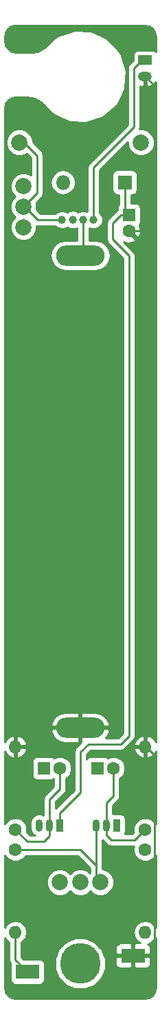
<source format=gtl>
G04 #@! TF.FileFunction,Copper,L1,Top,Signal*
%FSLAX46Y46*%
G04 Gerber Fmt 4.6, Leading zero omitted, Abs format (unit mm)*
G04 Created by KiCad (PCBNEW 4.0.6) date Sat May 20 01:56:05 2017*
%MOMM*%
%LPD*%
G01*
G04 APERTURE LIST*
%ADD10C,0.100000*%
%ADD11O,6.000000X2.500000*%
%ADD12R,1.600000X1.600000*%
%ADD13C,1.600000*%
%ADD14R,1.800000X1.800000*%
%ADD15O,1.800000X1.800000*%
%ADD16C,2.000000*%
%ADD17O,0.899160X1.501140*%
%ADD18R,0.899160X1.501140*%
%ADD19O,1.600000X1.600000*%
%ADD20R,1.700000X1.200000*%
%ADD21O,1.700000X1.200000*%
%ADD22R,3.000000X1.800000*%
%ADD23C,5.000000*%
%ADD24C,1.000000*%
%ADD25C,0.250000*%
%ADD26C,0.254000*%
G04 APERTURE END LIST*
D10*
D11*
X127000000Y-64000000D03*
X127000000Y-122000000D03*
D12*
X133000000Y-59000000D03*
D13*
X133000000Y-61000000D03*
D12*
X122500000Y-127000000D03*
D13*
X124500000Y-127000000D03*
D12*
X129100000Y-127000000D03*
D13*
X131100000Y-127000000D03*
D14*
X132500000Y-55000000D03*
D15*
X124880000Y-55000000D03*
D16*
X134500000Y-50100000D03*
X119500000Y-50100000D03*
D17*
X130230000Y-134000000D03*
X128960000Y-134000000D03*
D18*
X131500000Y-134000000D03*
D17*
X123230000Y-134000000D03*
X121960000Y-134000000D03*
D18*
X124500000Y-134000000D03*
D13*
X135000000Y-134500000D03*
D19*
X135000000Y-124340000D03*
D13*
X119000000Y-134500000D03*
D19*
X119000000Y-124340000D03*
D16*
X120000000Y-60500000D03*
X120000000Y-58000000D03*
X120000000Y-55500000D03*
X129500000Y-141000000D03*
X127000000Y-141000000D03*
X124500000Y-141000000D03*
D20*
X135000000Y-40000000D03*
D21*
X135000000Y-42000000D03*
D13*
X119000000Y-137000000D03*
D19*
X119000000Y-147160000D03*
D13*
X135000000Y-137000000D03*
D19*
X135000000Y-147160000D03*
D22*
X133500000Y-150000000D03*
X120500000Y-152000000D03*
D23*
X127000000Y-151000000D03*
D24*
X128635000Y-59600000D03*
X127335000Y-59600000D03*
X126065000Y-59600000D03*
X124765000Y-59600000D03*
D25*
X127335000Y-59600000D02*
X127335000Y-63665000D01*
X127335000Y-63665000D02*
X127000000Y-64000000D01*
X133000000Y-61000000D02*
X135900000Y-61000000D01*
X135900000Y-61000000D02*
X136300000Y-60600000D01*
X136300000Y-60600000D02*
X136300000Y-43300000D01*
X136300000Y-43300000D02*
X135000000Y-42000000D01*
X133500000Y-150000000D02*
X135400000Y-150000000D01*
X136200000Y-125400000D02*
X135140000Y-124340000D01*
X136200000Y-149200000D02*
X136200000Y-125400000D01*
X135400000Y-150000000D02*
X136200000Y-149200000D01*
X135140000Y-124340000D02*
X135000000Y-124340000D01*
X133500000Y-150000000D02*
X133500000Y-149500000D01*
X135000000Y-124400000D02*
X135000000Y-124340000D01*
X133000000Y-66000000D02*
X133000000Y-64000000D01*
X124500000Y-132500000D02*
X127000000Y-130000000D01*
X127000000Y-130000000D02*
X127000000Y-125000000D01*
X127000000Y-125000000D02*
X128000000Y-124000000D01*
X128000000Y-124000000D02*
X132000000Y-124000000D01*
X132000000Y-124000000D02*
X133000000Y-123000000D01*
X133000000Y-123000000D02*
X133000000Y-66000000D01*
X124500000Y-134000000D02*
X124500000Y-132500000D01*
X132000000Y-59000000D02*
X133000000Y-59000000D01*
X131000000Y-60000000D02*
X132000000Y-59000000D01*
X131000000Y-62000000D02*
X131000000Y-60000000D01*
X133000000Y-64000000D02*
X131000000Y-62000000D01*
X132500000Y-55000000D02*
X132500000Y-58500000D01*
X132500000Y-58500000D02*
X133000000Y-59000000D01*
X119000000Y-137000000D02*
X127000000Y-137000000D01*
X127000000Y-137000000D02*
X128960000Y-138960000D01*
X129500000Y-140500000D02*
X129500000Y-141000000D01*
X128960000Y-134000000D02*
X128960000Y-138960000D01*
X128960000Y-138960000D02*
X128960000Y-140460000D01*
X128960000Y-140460000D02*
X129500000Y-141000000D01*
X119000000Y-134500000D02*
X120500000Y-136000000D01*
X123230000Y-135270000D02*
X123230000Y-134000000D01*
X122500000Y-136000000D02*
X123230000Y-135270000D01*
X120500000Y-136000000D02*
X122500000Y-136000000D01*
X124500000Y-127000000D02*
X124500000Y-129500000D01*
X123230000Y-130770000D02*
X123230000Y-134000000D01*
X124500000Y-129500000D02*
X123230000Y-130770000D01*
X130230000Y-134000000D02*
X130230000Y-135230000D01*
X133700000Y-135800000D02*
X135000000Y-134500000D01*
X130800000Y-135800000D02*
X133700000Y-135800000D01*
X130230000Y-135230000D02*
X130800000Y-135800000D01*
X131100000Y-127000000D02*
X131100000Y-130400000D01*
X130230000Y-131270000D02*
X130230000Y-134000000D01*
X131100000Y-130400000D02*
X130230000Y-131270000D01*
X119500000Y-50100000D02*
X120100000Y-50100000D01*
X120100000Y-50100000D02*
X121700000Y-51700000D01*
X121700000Y-56300000D02*
X120000000Y-58000000D01*
X121700000Y-51700000D02*
X121700000Y-56300000D01*
X119500000Y-50100000D02*
X118900000Y-50100000D01*
X120000000Y-58000000D02*
X120200000Y-58000000D01*
X120200000Y-58000000D02*
X121800000Y-59600000D01*
X121800000Y-59600000D02*
X124765000Y-59600000D01*
X119500000Y-50100000D02*
X119500000Y-51000000D01*
X124765000Y-59465000D02*
X124765000Y-59600000D01*
X119000000Y-147160000D02*
X119000000Y-150500000D01*
X119000000Y-150500000D02*
X120500000Y-152000000D01*
X135000000Y-40000000D02*
X134600000Y-40000000D01*
X134600000Y-40000000D02*
X133600000Y-41000000D01*
X133600000Y-41000000D02*
X133600000Y-48200000D01*
X133600000Y-48200000D02*
X128635000Y-53165000D01*
X128635000Y-53165000D02*
X128635000Y-59600000D01*
D26*
G36*
X130262599Y-136337401D02*
X130509161Y-136502148D01*
X130800000Y-136560000D01*
X133628910Y-136560000D01*
X133565250Y-136713309D01*
X133564752Y-137284187D01*
X133782757Y-137811800D01*
X134186077Y-138215824D01*
X134713309Y-138434750D01*
X135284187Y-138435248D01*
X135811800Y-138217243D01*
X136215824Y-137813923D01*
X136290000Y-137635287D01*
X136290000Y-146529207D01*
X136014698Y-146117189D01*
X135549151Y-145806120D01*
X135000000Y-145696887D01*
X134450849Y-145806120D01*
X133985302Y-146117189D01*
X133674233Y-146582736D01*
X133565000Y-147131887D01*
X133565000Y-147188113D01*
X133674233Y-147737264D01*
X133985302Y-148202811D01*
X134377695Y-148465000D01*
X133785750Y-148465000D01*
X133627000Y-148623750D01*
X133627000Y-149873000D01*
X135476250Y-149873000D01*
X135635000Y-149714250D01*
X135635000Y-148973690D01*
X135538327Y-148740301D01*
X135359698Y-148561673D01*
X135343211Y-148554844D01*
X135549151Y-148513880D01*
X136014698Y-148202811D01*
X136290000Y-147790793D01*
X136290000Y-153930069D01*
X136178953Y-154488340D01*
X135902333Y-154902331D01*
X135488338Y-155178954D01*
X134930069Y-155290000D01*
X119069931Y-155290000D01*
X118511660Y-155178953D01*
X118097669Y-154902333D01*
X117821046Y-154488338D01*
X117710000Y-153930069D01*
X117710000Y-147790793D01*
X117985302Y-148202811D01*
X118240000Y-148372995D01*
X118240000Y-150500000D01*
X118297852Y-150790839D01*
X118387881Y-150925578D01*
X118352560Y-151100000D01*
X118352560Y-152900000D01*
X118396838Y-153135317D01*
X118535910Y-153351441D01*
X118748110Y-153496431D01*
X119000000Y-153547440D01*
X122000000Y-153547440D01*
X122235317Y-153503162D01*
X122451441Y-153364090D01*
X122596431Y-153151890D01*
X122647440Y-152900000D01*
X122647440Y-151620854D01*
X123864457Y-151620854D01*
X124340727Y-152773515D01*
X125221847Y-153656174D01*
X126373674Y-154134454D01*
X127620854Y-154135543D01*
X128773515Y-153659273D01*
X129656174Y-152778153D01*
X130134454Y-151626326D01*
X130135543Y-150379146D01*
X130096953Y-150285750D01*
X131365000Y-150285750D01*
X131365000Y-151026310D01*
X131461673Y-151259699D01*
X131640302Y-151438327D01*
X131873691Y-151535000D01*
X133214250Y-151535000D01*
X133373000Y-151376250D01*
X133373000Y-150127000D01*
X133627000Y-150127000D01*
X133627000Y-151376250D01*
X133785750Y-151535000D01*
X135126309Y-151535000D01*
X135359698Y-151438327D01*
X135538327Y-151259699D01*
X135635000Y-151026310D01*
X135635000Y-150285750D01*
X135476250Y-150127000D01*
X133627000Y-150127000D01*
X133373000Y-150127000D01*
X131523750Y-150127000D01*
X131365000Y-150285750D01*
X130096953Y-150285750D01*
X129659273Y-149226485D01*
X129406919Y-148973690D01*
X131365000Y-148973690D01*
X131365000Y-149714250D01*
X131523750Y-149873000D01*
X133373000Y-149873000D01*
X133373000Y-148623750D01*
X133214250Y-148465000D01*
X131873691Y-148465000D01*
X131640302Y-148561673D01*
X131461673Y-148740301D01*
X131365000Y-148973690D01*
X129406919Y-148973690D01*
X128778153Y-148343826D01*
X127626326Y-147865546D01*
X126379146Y-147864457D01*
X125226485Y-148340727D01*
X124343826Y-149221847D01*
X123865546Y-150373674D01*
X123864457Y-151620854D01*
X122647440Y-151620854D01*
X122647440Y-151100000D01*
X122603162Y-150864683D01*
X122464090Y-150648559D01*
X122251890Y-150503569D01*
X122000000Y-150452560D01*
X120027362Y-150452560D01*
X119760000Y-150185198D01*
X119760000Y-148372995D01*
X120014698Y-148202811D01*
X120325767Y-147737264D01*
X120435000Y-147188113D01*
X120435000Y-147131887D01*
X120325767Y-146582736D01*
X120014698Y-146117189D01*
X119549151Y-145806120D01*
X119000000Y-145696887D01*
X118450849Y-145806120D01*
X117985302Y-146117189D01*
X117710000Y-146529207D01*
X117710000Y-137635714D01*
X117782757Y-137811800D01*
X118186077Y-138215824D01*
X118713309Y-138434750D01*
X119284187Y-138435248D01*
X119811800Y-138217243D01*
X120215824Y-137813923D01*
X120238215Y-137760000D01*
X126685198Y-137760000D01*
X128200000Y-139274802D01*
X128200000Y-139887836D01*
X127927363Y-139614722D01*
X127326648Y-139365284D01*
X126676205Y-139364716D01*
X126075057Y-139613106D01*
X125749836Y-139937759D01*
X125427363Y-139614722D01*
X124826648Y-139365284D01*
X124176205Y-139364716D01*
X123575057Y-139613106D01*
X123114722Y-140072637D01*
X122865284Y-140673352D01*
X122864716Y-141323795D01*
X123113106Y-141924943D01*
X123572637Y-142385278D01*
X124173352Y-142634716D01*
X124823795Y-142635284D01*
X125424943Y-142386894D01*
X125750164Y-142062241D01*
X126072637Y-142385278D01*
X126673352Y-142634716D01*
X127323795Y-142635284D01*
X127924943Y-142386894D01*
X128250164Y-142062241D01*
X128572637Y-142385278D01*
X129173352Y-142634716D01*
X129823795Y-142635284D01*
X130424943Y-142386894D01*
X130885278Y-141927363D01*
X131134716Y-141326648D01*
X131135284Y-140676205D01*
X130886894Y-140075057D01*
X130427363Y-139614722D01*
X129826648Y-139365284D01*
X129720000Y-139365191D01*
X129720000Y-135794802D01*
X130262599Y-136337401D01*
X130262599Y-136337401D01*
G37*
X130262599Y-136337401D02*
X130509161Y-136502148D01*
X130800000Y-136560000D01*
X133628910Y-136560000D01*
X133565250Y-136713309D01*
X133564752Y-137284187D01*
X133782757Y-137811800D01*
X134186077Y-138215824D01*
X134713309Y-138434750D01*
X135284187Y-138435248D01*
X135811800Y-138217243D01*
X136215824Y-137813923D01*
X136290000Y-137635287D01*
X136290000Y-146529207D01*
X136014698Y-146117189D01*
X135549151Y-145806120D01*
X135000000Y-145696887D01*
X134450849Y-145806120D01*
X133985302Y-146117189D01*
X133674233Y-146582736D01*
X133565000Y-147131887D01*
X133565000Y-147188113D01*
X133674233Y-147737264D01*
X133985302Y-148202811D01*
X134377695Y-148465000D01*
X133785750Y-148465000D01*
X133627000Y-148623750D01*
X133627000Y-149873000D01*
X135476250Y-149873000D01*
X135635000Y-149714250D01*
X135635000Y-148973690D01*
X135538327Y-148740301D01*
X135359698Y-148561673D01*
X135343211Y-148554844D01*
X135549151Y-148513880D01*
X136014698Y-148202811D01*
X136290000Y-147790793D01*
X136290000Y-153930069D01*
X136178953Y-154488340D01*
X135902333Y-154902331D01*
X135488338Y-155178954D01*
X134930069Y-155290000D01*
X119069931Y-155290000D01*
X118511660Y-155178953D01*
X118097669Y-154902333D01*
X117821046Y-154488338D01*
X117710000Y-153930069D01*
X117710000Y-147790793D01*
X117985302Y-148202811D01*
X118240000Y-148372995D01*
X118240000Y-150500000D01*
X118297852Y-150790839D01*
X118387881Y-150925578D01*
X118352560Y-151100000D01*
X118352560Y-152900000D01*
X118396838Y-153135317D01*
X118535910Y-153351441D01*
X118748110Y-153496431D01*
X119000000Y-153547440D01*
X122000000Y-153547440D01*
X122235317Y-153503162D01*
X122451441Y-153364090D01*
X122596431Y-153151890D01*
X122647440Y-152900000D01*
X122647440Y-151620854D01*
X123864457Y-151620854D01*
X124340727Y-152773515D01*
X125221847Y-153656174D01*
X126373674Y-154134454D01*
X127620854Y-154135543D01*
X128773515Y-153659273D01*
X129656174Y-152778153D01*
X130134454Y-151626326D01*
X130135543Y-150379146D01*
X130096953Y-150285750D01*
X131365000Y-150285750D01*
X131365000Y-151026310D01*
X131461673Y-151259699D01*
X131640302Y-151438327D01*
X131873691Y-151535000D01*
X133214250Y-151535000D01*
X133373000Y-151376250D01*
X133373000Y-150127000D01*
X133627000Y-150127000D01*
X133627000Y-151376250D01*
X133785750Y-151535000D01*
X135126309Y-151535000D01*
X135359698Y-151438327D01*
X135538327Y-151259699D01*
X135635000Y-151026310D01*
X135635000Y-150285750D01*
X135476250Y-150127000D01*
X133627000Y-150127000D01*
X133373000Y-150127000D01*
X131523750Y-150127000D01*
X131365000Y-150285750D01*
X130096953Y-150285750D01*
X129659273Y-149226485D01*
X129406919Y-148973690D01*
X131365000Y-148973690D01*
X131365000Y-149714250D01*
X131523750Y-149873000D01*
X133373000Y-149873000D01*
X133373000Y-148623750D01*
X133214250Y-148465000D01*
X131873691Y-148465000D01*
X131640302Y-148561673D01*
X131461673Y-148740301D01*
X131365000Y-148973690D01*
X129406919Y-148973690D01*
X128778153Y-148343826D01*
X127626326Y-147865546D01*
X126379146Y-147864457D01*
X125226485Y-148340727D01*
X124343826Y-149221847D01*
X123865546Y-150373674D01*
X123864457Y-151620854D01*
X122647440Y-151620854D01*
X122647440Y-151100000D01*
X122603162Y-150864683D01*
X122464090Y-150648559D01*
X122251890Y-150503569D01*
X122000000Y-150452560D01*
X120027362Y-150452560D01*
X119760000Y-150185198D01*
X119760000Y-148372995D01*
X120014698Y-148202811D01*
X120325767Y-147737264D01*
X120435000Y-147188113D01*
X120435000Y-147131887D01*
X120325767Y-146582736D01*
X120014698Y-146117189D01*
X119549151Y-145806120D01*
X119000000Y-145696887D01*
X118450849Y-145806120D01*
X117985302Y-146117189D01*
X117710000Y-146529207D01*
X117710000Y-137635714D01*
X117782757Y-137811800D01*
X118186077Y-138215824D01*
X118713309Y-138434750D01*
X119284187Y-138435248D01*
X119811800Y-138217243D01*
X120215824Y-137813923D01*
X120238215Y-137760000D01*
X126685198Y-137760000D01*
X128200000Y-139274802D01*
X128200000Y-139887836D01*
X127927363Y-139614722D01*
X127326648Y-139365284D01*
X126676205Y-139364716D01*
X126075057Y-139613106D01*
X125749836Y-139937759D01*
X125427363Y-139614722D01*
X124826648Y-139365284D01*
X124176205Y-139364716D01*
X123575057Y-139613106D01*
X123114722Y-140072637D01*
X122865284Y-140673352D01*
X122864716Y-141323795D01*
X123113106Y-141924943D01*
X123572637Y-142385278D01*
X124173352Y-142634716D01*
X124823795Y-142635284D01*
X125424943Y-142386894D01*
X125750164Y-142062241D01*
X126072637Y-142385278D01*
X126673352Y-142634716D01*
X127323795Y-142635284D01*
X127924943Y-142386894D01*
X128250164Y-142062241D01*
X128572637Y-142385278D01*
X129173352Y-142634716D01*
X129823795Y-142635284D01*
X130424943Y-142386894D01*
X130885278Y-141927363D01*
X131134716Y-141326648D01*
X131135284Y-140676205D01*
X130886894Y-140075057D01*
X130427363Y-139614722D01*
X129826648Y-139365284D01*
X129720000Y-139365191D01*
X129720000Y-135794802D01*
X130262599Y-136337401D01*
G36*
X135488338Y-35821046D02*
X135902333Y-36097669D01*
X136178953Y-36511660D01*
X136290000Y-37069931D01*
X136290000Y-38932099D01*
X136101890Y-38803569D01*
X135850000Y-38752560D01*
X134150000Y-38752560D01*
X133914683Y-38796838D01*
X133698559Y-38935910D01*
X133553569Y-39148110D01*
X133502560Y-39400000D01*
X133502560Y-40022638D01*
X133062599Y-40462599D01*
X132897852Y-40709161D01*
X132840000Y-41000000D01*
X132840000Y-47885198D01*
X128097599Y-52627599D01*
X127932852Y-52874161D01*
X127875000Y-53165000D01*
X127875000Y-58595268D01*
X127561756Y-58465197D01*
X127110225Y-58464803D01*
X126692914Y-58637233D01*
X126652627Y-58677449D01*
X126638352Y-58594783D01*
X126210028Y-58451888D01*
X125759625Y-58483783D01*
X125491648Y-58594783D01*
X125473010Y-58702712D01*
X125408765Y-58638355D01*
X124991756Y-58465197D01*
X124540225Y-58464803D01*
X124122914Y-58637233D01*
X123919793Y-58840000D01*
X122114802Y-58840000D01*
X121624956Y-58350154D01*
X121634716Y-58326648D01*
X121635284Y-57676205D01*
X121566081Y-57508721D01*
X122237401Y-56837401D01*
X122402148Y-56590839D01*
X122460000Y-56300000D01*
X122460000Y-55000000D01*
X123314928Y-55000000D01*
X123431773Y-55587419D01*
X123764519Y-56085409D01*
X124262509Y-56418155D01*
X124849928Y-56535000D01*
X124910072Y-56535000D01*
X125497491Y-56418155D01*
X125995481Y-56085409D01*
X126328227Y-55587419D01*
X126445072Y-55000000D01*
X126328227Y-54412581D01*
X125995481Y-53914591D01*
X125497491Y-53581845D01*
X124910072Y-53465000D01*
X124849928Y-53465000D01*
X124262509Y-53581845D01*
X123764519Y-53914591D01*
X123431773Y-54412581D01*
X123314928Y-55000000D01*
X122460000Y-55000000D01*
X122460000Y-51700000D01*
X122402148Y-51409161D01*
X122237401Y-51162599D01*
X121135036Y-50060234D01*
X121135284Y-49776205D01*
X120886894Y-49175057D01*
X120427363Y-48714722D01*
X119826648Y-48465284D01*
X119176205Y-48464716D01*
X118575057Y-48713106D01*
X118114722Y-49172637D01*
X117865284Y-49773352D01*
X117864716Y-50423795D01*
X118113106Y-51024943D01*
X118572637Y-51485278D01*
X119173352Y-51734716D01*
X119373770Y-51734891D01*
X119500000Y-51760000D01*
X119625127Y-51735111D01*
X119823795Y-51735284D01*
X120415849Y-51490651D01*
X120940000Y-52014802D01*
X120940000Y-54127381D01*
X120927363Y-54114722D01*
X120326648Y-53865284D01*
X119676205Y-53864716D01*
X119075057Y-54113106D01*
X118614722Y-54572637D01*
X118365284Y-55173352D01*
X118364716Y-55823795D01*
X118613106Y-56424943D01*
X118937759Y-56750164D01*
X118614722Y-57072637D01*
X118365284Y-57673352D01*
X118364716Y-58323795D01*
X118613106Y-58924943D01*
X118937759Y-59250164D01*
X118614722Y-59572637D01*
X118365284Y-60173352D01*
X118364716Y-60823795D01*
X118613106Y-61424943D01*
X119072637Y-61885278D01*
X119673352Y-62134716D01*
X120323795Y-62135284D01*
X120924943Y-61886894D01*
X121385278Y-61427363D01*
X121634716Y-60826648D01*
X121635152Y-60327209D01*
X121800000Y-60360000D01*
X123919941Y-60360000D01*
X124121235Y-60561645D01*
X124538244Y-60734803D01*
X124989775Y-60735197D01*
X125407086Y-60562767D01*
X125472962Y-60497006D01*
X125491648Y-60605217D01*
X125919972Y-60748112D01*
X126370375Y-60716217D01*
X126575000Y-60631458D01*
X126575000Y-62115000D01*
X125178786Y-62115000D01*
X124457428Y-62258487D01*
X123845890Y-62667104D01*
X123437273Y-63278642D01*
X123293786Y-64000000D01*
X123437273Y-64721358D01*
X123845890Y-65332896D01*
X124457428Y-65741513D01*
X125178786Y-65885000D01*
X128821214Y-65885000D01*
X129542572Y-65741513D01*
X130154110Y-65332896D01*
X130562727Y-64721358D01*
X130706214Y-64000000D01*
X130562727Y-63278642D01*
X130154110Y-62667104D01*
X129542572Y-62258487D01*
X128821214Y-62115000D01*
X128095000Y-62115000D01*
X128095000Y-60604732D01*
X128408244Y-60734803D01*
X128859775Y-60735197D01*
X129277086Y-60562767D01*
X129596645Y-60243765D01*
X129769803Y-59826756D01*
X129770197Y-59375225D01*
X129597767Y-58957914D01*
X129395000Y-58754793D01*
X129395000Y-53479802D01*
X132865078Y-50009724D01*
X132864716Y-50423795D01*
X133113106Y-51024943D01*
X133572637Y-51485278D01*
X134173352Y-51734716D01*
X134823795Y-51735284D01*
X135424943Y-51486894D01*
X135885278Y-51027363D01*
X136134716Y-50426648D01*
X136135284Y-49776205D01*
X135886894Y-49175057D01*
X135427363Y-48714722D01*
X134826648Y-48465284D01*
X134307322Y-48464830D01*
X134360000Y-48200000D01*
X134360000Y-43162657D01*
X134677304Y-43245256D01*
X134873000Y-43082547D01*
X134873000Y-42127000D01*
X134853000Y-42127000D01*
X134853000Y-41873000D01*
X134873000Y-41873000D01*
X134873000Y-41853000D01*
X135127000Y-41853000D01*
X135127000Y-41873000D01*
X135147000Y-41873000D01*
X135147000Y-42127000D01*
X135127000Y-42127000D01*
X135127000Y-43082547D01*
X135322696Y-43245256D01*
X135793701Y-43122647D01*
X136181933Y-42829125D01*
X136290000Y-42644995D01*
X136290000Y-123775625D01*
X136152389Y-123484866D01*
X135737423Y-123108959D01*
X135349039Y-122948096D01*
X135127000Y-123070085D01*
X135127000Y-124213000D01*
X135147000Y-124213000D01*
X135147000Y-124467000D01*
X135127000Y-124467000D01*
X135127000Y-125609915D01*
X135349039Y-125731904D01*
X135737423Y-125571041D01*
X136152389Y-125195134D01*
X136290000Y-124904375D01*
X136290000Y-133864286D01*
X136217243Y-133688200D01*
X135813923Y-133284176D01*
X135286691Y-133065250D01*
X134715813Y-133064752D01*
X134188200Y-133282757D01*
X133784176Y-133686077D01*
X133565250Y-134213309D01*
X133564752Y-134784187D01*
X133587049Y-134838149D01*
X133385198Y-135040000D01*
X132520361Y-135040000D01*
X132546011Y-135002460D01*
X132597020Y-134750570D01*
X132597020Y-133249430D01*
X132552742Y-133014113D01*
X132413670Y-132797989D01*
X132201470Y-132652999D01*
X131949580Y-132601990D01*
X131050420Y-132601990D01*
X130990000Y-132613359D01*
X130990000Y-131584802D01*
X131637401Y-130937401D01*
X131802148Y-130690839D01*
X131860000Y-130400000D01*
X131860000Y-128238646D01*
X131911800Y-128217243D01*
X132315824Y-127813923D01*
X132534750Y-127286691D01*
X132535248Y-126715813D01*
X132317243Y-126188200D01*
X131913923Y-125784176D01*
X131386691Y-125565250D01*
X130815813Y-125564752D01*
X130365534Y-125750803D01*
X130364090Y-125748559D01*
X130151890Y-125603569D01*
X129900000Y-125552560D01*
X128300000Y-125552560D01*
X128064683Y-125596838D01*
X127848559Y-125735910D01*
X127760000Y-125865520D01*
X127760000Y-125314802D01*
X128314802Y-124760000D01*
X132000000Y-124760000D01*
X132290839Y-124702148D01*
X132310455Y-124689041D01*
X133608086Y-124689041D01*
X133847611Y-125195134D01*
X134262577Y-125571041D01*
X134650961Y-125731904D01*
X134873000Y-125609915D01*
X134873000Y-124467000D01*
X133729371Y-124467000D01*
X133608086Y-124689041D01*
X132310455Y-124689041D01*
X132537401Y-124537401D01*
X133083843Y-123990959D01*
X133608086Y-123990959D01*
X133729371Y-124213000D01*
X134873000Y-124213000D01*
X134873000Y-123070085D01*
X134650961Y-122948096D01*
X134262577Y-123108959D01*
X133847611Y-123484866D01*
X133608086Y-123990959D01*
X133083843Y-123990959D01*
X133537401Y-123537401D01*
X133702148Y-123290839D01*
X133760000Y-123000000D01*
X133760000Y-64000000D01*
X133702148Y-63709161D01*
X133537401Y-63462599D01*
X132375055Y-62300253D01*
X132783223Y-62446965D01*
X133353454Y-62419778D01*
X133754005Y-62253864D01*
X133828139Y-62007745D01*
X133000000Y-61179605D01*
X132985858Y-61193748D01*
X132806252Y-61014142D01*
X132820395Y-61000000D01*
X132806252Y-60985858D01*
X132985858Y-60806253D01*
X133000000Y-60820395D01*
X133014143Y-60806253D01*
X133193748Y-60985858D01*
X133179605Y-61000000D01*
X134007745Y-61828139D01*
X134253864Y-61754005D01*
X134446965Y-61216777D01*
X134419778Y-60646546D01*
X134257616Y-60255053D01*
X134396431Y-60051890D01*
X134447440Y-59800000D01*
X134447440Y-58200000D01*
X134403162Y-57964683D01*
X134264090Y-57748559D01*
X134051890Y-57603569D01*
X133800000Y-57552560D01*
X133260000Y-57552560D01*
X133260000Y-56547440D01*
X133400000Y-56547440D01*
X133635317Y-56503162D01*
X133851441Y-56364090D01*
X133996431Y-56151890D01*
X134047440Y-55900000D01*
X134047440Y-54100000D01*
X134003162Y-53864683D01*
X133864090Y-53648559D01*
X133651890Y-53503569D01*
X133400000Y-53452560D01*
X131600000Y-53452560D01*
X131364683Y-53496838D01*
X131148559Y-53635910D01*
X131003569Y-53848110D01*
X130952560Y-54100000D01*
X130952560Y-55900000D01*
X130996838Y-56135317D01*
X131135910Y-56351441D01*
X131348110Y-56496431D01*
X131600000Y-56547440D01*
X131740000Y-56547440D01*
X131740000Y-57748437D01*
X131603569Y-57948110D01*
X131552560Y-58200000D01*
X131552560Y-58402489D01*
X131462599Y-58462599D01*
X130462599Y-59462599D01*
X130297852Y-59709161D01*
X130240000Y-60000000D01*
X130240000Y-62000000D01*
X130297852Y-62290839D01*
X130462599Y-62537401D01*
X132240000Y-64314802D01*
X132240000Y-122685198D01*
X131685198Y-123240000D01*
X130174478Y-123240000D01*
X130540114Y-122604026D01*
X130587695Y-122419645D01*
X130471572Y-122127000D01*
X127127000Y-122127000D01*
X127127000Y-123798198D01*
X126462599Y-124462599D01*
X126297852Y-124709161D01*
X126240000Y-125000000D01*
X126240000Y-129685198D01*
X123990000Y-131935198D01*
X123990000Y-131084802D01*
X125037401Y-130037401D01*
X125202148Y-129790840D01*
X125260000Y-129500000D01*
X125260000Y-128238646D01*
X125311800Y-128217243D01*
X125715824Y-127813923D01*
X125934750Y-127286691D01*
X125935248Y-126715813D01*
X125717243Y-126188200D01*
X125313923Y-125784176D01*
X124786691Y-125565250D01*
X124215813Y-125564752D01*
X123765534Y-125750803D01*
X123764090Y-125748559D01*
X123551890Y-125603569D01*
X123300000Y-125552560D01*
X121700000Y-125552560D01*
X121464683Y-125596838D01*
X121248559Y-125735910D01*
X121103569Y-125948110D01*
X121052560Y-126200000D01*
X121052560Y-127800000D01*
X121096838Y-128035317D01*
X121235910Y-128251441D01*
X121448110Y-128396431D01*
X121700000Y-128447440D01*
X123300000Y-128447440D01*
X123535317Y-128403162D01*
X123740000Y-128271452D01*
X123740000Y-129185198D01*
X122692599Y-130232599D01*
X122527852Y-130479161D01*
X122470000Y-130770000D01*
X122470000Y-132733287D01*
X122375051Y-132669844D01*
X121960000Y-132587285D01*
X121544949Y-132669844D01*
X121193086Y-132904951D01*
X120957979Y-133256814D01*
X120875420Y-133671865D01*
X120875420Y-134328135D01*
X120957979Y-134743186D01*
X121193086Y-135095049D01*
X121410021Y-135240000D01*
X120814802Y-135240000D01*
X120413256Y-134838454D01*
X120434750Y-134786691D01*
X120435248Y-134215813D01*
X120217243Y-133688200D01*
X119813923Y-133284176D01*
X119286691Y-133065250D01*
X118715813Y-133064752D01*
X118188200Y-133282757D01*
X117784176Y-133686077D01*
X117710000Y-133864713D01*
X117710000Y-124904375D01*
X117847611Y-125195134D01*
X118262577Y-125571041D01*
X118650961Y-125731904D01*
X118873000Y-125609915D01*
X118873000Y-124467000D01*
X119127000Y-124467000D01*
X119127000Y-125609915D01*
X119349039Y-125731904D01*
X119737423Y-125571041D01*
X120152389Y-125195134D01*
X120391914Y-124689041D01*
X120270629Y-124467000D01*
X119127000Y-124467000D01*
X118873000Y-124467000D01*
X118853000Y-124467000D01*
X118853000Y-124213000D01*
X118873000Y-124213000D01*
X118873000Y-123070085D01*
X119127000Y-123070085D01*
X119127000Y-124213000D01*
X120270629Y-124213000D01*
X120391914Y-123990959D01*
X120152389Y-123484866D01*
X119737423Y-123108959D01*
X119349039Y-122948096D01*
X119127000Y-123070085D01*
X118873000Y-123070085D01*
X118650961Y-122948096D01*
X118262577Y-123108959D01*
X117847611Y-123484866D01*
X117710000Y-123775625D01*
X117710000Y-122419645D01*
X123412305Y-122419645D01*
X123459886Y-122604026D01*
X123827301Y-123243094D01*
X124411309Y-123692912D01*
X125123000Y-123885000D01*
X126873000Y-123885000D01*
X126873000Y-122127000D01*
X123528428Y-122127000D01*
X123412305Y-122419645D01*
X117710000Y-122419645D01*
X117710000Y-121580355D01*
X123412305Y-121580355D01*
X123528428Y-121873000D01*
X126873000Y-121873000D01*
X126873000Y-120115000D01*
X127127000Y-120115000D01*
X127127000Y-121873000D01*
X130471572Y-121873000D01*
X130587695Y-121580355D01*
X130540114Y-121395974D01*
X130172699Y-120756906D01*
X129588691Y-120307088D01*
X128877000Y-120115000D01*
X127127000Y-120115000D01*
X126873000Y-120115000D01*
X125123000Y-120115000D01*
X124411309Y-120307088D01*
X123827301Y-120756906D01*
X123459886Y-121395974D01*
X123412305Y-121580355D01*
X117710000Y-121580355D01*
X117710000Y-45869931D01*
X117821046Y-45311662D01*
X118097669Y-44897667D01*
X118511660Y-44621047D01*
X119069931Y-44510000D01*
X120530069Y-44510000D01*
X121471023Y-44697167D01*
X122247492Y-45215987D01*
X122463628Y-45465194D01*
X122483781Y-45480835D01*
X122497954Y-45502046D01*
X123497954Y-46502046D01*
X123597360Y-46568466D01*
X123692997Y-46640195D01*
X125452092Y-47483763D01*
X125567533Y-47513338D01*
X125720453Y-47552516D01*
X127668465Y-47658695D01*
X127805587Y-47639105D01*
X127942709Y-47619517D01*
X129783070Y-46972142D01*
X129934954Y-46882210D01*
X130021446Y-46830998D01*
X131473978Y-45528626D01*
X131612412Y-45344046D01*
X131640195Y-45307003D01*
X132483763Y-43547908D01*
X132520235Y-43405546D01*
X132552516Y-43279547D01*
X132658695Y-41331535D01*
X132635743Y-41170875D01*
X132619517Y-41057291D01*
X131972142Y-39216930D01*
X131946518Y-39173654D01*
X131830998Y-38978555D01*
X130528626Y-37526022D01*
X130387593Y-37420248D01*
X130307003Y-37359805D01*
X128547908Y-36516237D01*
X128428964Y-36485765D01*
X128279548Y-36447484D01*
X126331535Y-36341305D01*
X126194413Y-36360895D01*
X126057291Y-36380483D01*
X124216930Y-37027858D01*
X123978555Y-37169002D01*
X122576252Y-38426337D01*
X121753448Y-38921191D01*
X120938587Y-39063214D01*
X119169931Y-39063214D01*
X118573394Y-38944555D01*
X118126957Y-38646256D01*
X117828659Y-38199822D01*
X117709673Y-37601641D01*
X117710000Y-37600000D01*
X117710000Y-37154562D01*
X117795778Y-36572802D01*
X118051881Y-36144676D01*
X118452325Y-35847144D01*
X118996600Y-35710307D01*
X119008883Y-35710000D01*
X134930069Y-35710000D01*
X135488338Y-35821046D01*
X135488338Y-35821046D01*
G37*
X135488338Y-35821046D02*
X135902333Y-36097669D01*
X136178953Y-36511660D01*
X136290000Y-37069931D01*
X136290000Y-38932099D01*
X136101890Y-38803569D01*
X135850000Y-38752560D01*
X134150000Y-38752560D01*
X133914683Y-38796838D01*
X133698559Y-38935910D01*
X133553569Y-39148110D01*
X133502560Y-39400000D01*
X133502560Y-40022638D01*
X133062599Y-40462599D01*
X132897852Y-40709161D01*
X132840000Y-41000000D01*
X132840000Y-47885198D01*
X128097599Y-52627599D01*
X127932852Y-52874161D01*
X127875000Y-53165000D01*
X127875000Y-58595268D01*
X127561756Y-58465197D01*
X127110225Y-58464803D01*
X126692914Y-58637233D01*
X126652627Y-58677449D01*
X126638352Y-58594783D01*
X126210028Y-58451888D01*
X125759625Y-58483783D01*
X125491648Y-58594783D01*
X125473010Y-58702712D01*
X125408765Y-58638355D01*
X124991756Y-58465197D01*
X124540225Y-58464803D01*
X124122914Y-58637233D01*
X123919793Y-58840000D01*
X122114802Y-58840000D01*
X121624956Y-58350154D01*
X121634716Y-58326648D01*
X121635284Y-57676205D01*
X121566081Y-57508721D01*
X122237401Y-56837401D01*
X122402148Y-56590839D01*
X122460000Y-56300000D01*
X122460000Y-55000000D01*
X123314928Y-55000000D01*
X123431773Y-55587419D01*
X123764519Y-56085409D01*
X124262509Y-56418155D01*
X124849928Y-56535000D01*
X124910072Y-56535000D01*
X125497491Y-56418155D01*
X125995481Y-56085409D01*
X126328227Y-55587419D01*
X126445072Y-55000000D01*
X126328227Y-54412581D01*
X125995481Y-53914591D01*
X125497491Y-53581845D01*
X124910072Y-53465000D01*
X124849928Y-53465000D01*
X124262509Y-53581845D01*
X123764519Y-53914591D01*
X123431773Y-54412581D01*
X123314928Y-55000000D01*
X122460000Y-55000000D01*
X122460000Y-51700000D01*
X122402148Y-51409161D01*
X122237401Y-51162599D01*
X121135036Y-50060234D01*
X121135284Y-49776205D01*
X120886894Y-49175057D01*
X120427363Y-48714722D01*
X119826648Y-48465284D01*
X119176205Y-48464716D01*
X118575057Y-48713106D01*
X118114722Y-49172637D01*
X117865284Y-49773352D01*
X117864716Y-50423795D01*
X118113106Y-51024943D01*
X118572637Y-51485278D01*
X119173352Y-51734716D01*
X119373770Y-51734891D01*
X119500000Y-51760000D01*
X119625127Y-51735111D01*
X119823795Y-51735284D01*
X120415849Y-51490651D01*
X120940000Y-52014802D01*
X120940000Y-54127381D01*
X120927363Y-54114722D01*
X120326648Y-53865284D01*
X119676205Y-53864716D01*
X119075057Y-54113106D01*
X118614722Y-54572637D01*
X118365284Y-55173352D01*
X118364716Y-55823795D01*
X118613106Y-56424943D01*
X118937759Y-56750164D01*
X118614722Y-57072637D01*
X118365284Y-57673352D01*
X118364716Y-58323795D01*
X118613106Y-58924943D01*
X118937759Y-59250164D01*
X118614722Y-59572637D01*
X118365284Y-60173352D01*
X118364716Y-60823795D01*
X118613106Y-61424943D01*
X119072637Y-61885278D01*
X119673352Y-62134716D01*
X120323795Y-62135284D01*
X120924943Y-61886894D01*
X121385278Y-61427363D01*
X121634716Y-60826648D01*
X121635152Y-60327209D01*
X121800000Y-60360000D01*
X123919941Y-60360000D01*
X124121235Y-60561645D01*
X124538244Y-60734803D01*
X124989775Y-60735197D01*
X125407086Y-60562767D01*
X125472962Y-60497006D01*
X125491648Y-60605217D01*
X125919972Y-60748112D01*
X126370375Y-60716217D01*
X126575000Y-60631458D01*
X126575000Y-62115000D01*
X125178786Y-62115000D01*
X124457428Y-62258487D01*
X123845890Y-62667104D01*
X123437273Y-63278642D01*
X123293786Y-64000000D01*
X123437273Y-64721358D01*
X123845890Y-65332896D01*
X124457428Y-65741513D01*
X125178786Y-65885000D01*
X128821214Y-65885000D01*
X129542572Y-65741513D01*
X130154110Y-65332896D01*
X130562727Y-64721358D01*
X130706214Y-64000000D01*
X130562727Y-63278642D01*
X130154110Y-62667104D01*
X129542572Y-62258487D01*
X128821214Y-62115000D01*
X128095000Y-62115000D01*
X128095000Y-60604732D01*
X128408244Y-60734803D01*
X128859775Y-60735197D01*
X129277086Y-60562767D01*
X129596645Y-60243765D01*
X129769803Y-59826756D01*
X129770197Y-59375225D01*
X129597767Y-58957914D01*
X129395000Y-58754793D01*
X129395000Y-53479802D01*
X132865078Y-50009724D01*
X132864716Y-50423795D01*
X133113106Y-51024943D01*
X133572637Y-51485278D01*
X134173352Y-51734716D01*
X134823795Y-51735284D01*
X135424943Y-51486894D01*
X135885278Y-51027363D01*
X136134716Y-50426648D01*
X136135284Y-49776205D01*
X135886894Y-49175057D01*
X135427363Y-48714722D01*
X134826648Y-48465284D01*
X134307322Y-48464830D01*
X134360000Y-48200000D01*
X134360000Y-43162657D01*
X134677304Y-43245256D01*
X134873000Y-43082547D01*
X134873000Y-42127000D01*
X134853000Y-42127000D01*
X134853000Y-41873000D01*
X134873000Y-41873000D01*
X134873000Y-41853000D01*
X135127000Y-41853000D01*
X135127000Y-41873000D01*
X135147000Y-41873000D01*
X135147000Y-42127000D01*
X135127000Y-42127000D01*
X135127000Y-43082547D01*
X135322696Y-43245256D01*
X135793701Y-43122647D01*
X136181933Y-42829125D01*
X136290000Y-42644995D01*
X136290000Y-123775625D01*
X136152389Y-123484866D01*
X135737423Y-123108959D01*
X135349039Y-122948096D01*
X135127000Y-123070085D01*
X135127000Y-124213000D01*
X135147000Y-124213000D01*
X135147000Y-124467000D01*
X135127000Y-124467000D01*
X135127000Y-125609915D01*
X135349039Y-125731904D01*
X135737423Y-125571041D01*
X136152389Y-125195134D01*
X136290000Y-124904375D01*
X136290000Y-133864286D01*
X136217243Y-133688200D01*
X135813923Y-133284176D01*
X135286691Y-133065250D01*
X134715813Y-133064752D01*
X134188200Y-133282757D01*
X133784176Y-133686077D01*
X133565250Y-134213309D01*
X133564752Y-134784187D01*
X133587049Y-134838149D01*
X133385198Y-135040000D01*
X132520361Y-135040000D01*
X132546011Y-135002460D01*
X132597020Y-134750570D01*
X132597020Y-133249430D01*
X132552742Y-133014113D01*
X132413670Y-132797989D01*
X132201470Y-132652999D01*
X131949580Y-132601990D01*
X131050420Y-132601990D01*
X130990000Y-132613359D01*
X130990000Y-131584802D01*
X131637401Y-130937401D01*
X131802148Y-130690839D01*
X131860000Y-130400000D01*
X131860000Y-128238646D01*
X131911800Y-128217243D01*
X132315824Y-127813923D01*
X132534750Y-127286691D01*
X132535248Y-126715813D01*
X132317243Y-126188200D01*
X131913923Y-125784176D01*
X131386691Y-125565250D01*
X130815813Y-125564752D01*
X130365534Y-125750803D01*
X130364090Y-125748559D01*
X130151890Y-125603569D01*
X129900000Y-125552560D01*
X128300000Y-125552560D01*
X128064683Y-125596838D01*
X127848559Y-125735910D01*
X127760000Y-125865520D01*
X127760000Y-125314802D01*
X128314802Y-124760000D01*
X132000000Y-124760000D01*
X132290839Y-124702148D01*
X132310455Y-124689041D01*
X133608086Y-124689041D01*
X133847611Y-125195134D01*
X134262577Y-125571041D01*
X134650961Y-125731904D01*
X134873000Y-125609915D01*
X134873000Y-124467000D01*
X133729371Y-124467000D01*
X133608086Y-124689041D01*
X132310455Y-124689041D01*
X132537401Y-124537401D01*
X133083843Y-123990959D01*
X133608086Y-123990959D01*
X133729371Y-124213000D01*
X134873000Y-124213000D01*
X134873000Y-123070085D01*
X134650961Y-122948096D01*
X134262577Y-123108959D01*
X133847611Y-123484866D01*
X133608086Y-123990959D01*
X133083843Y-123990959D01*
X133537401Y-123537401D01*
X133702148Y-123290839D01*
X133760000Y-123000000D01*
X133760000Y-64000000D01*
X133702148Y-63709161D01*
X133537401Y-63462599D01*
X132375055Y-62300253D01*
X132783223Y-62446965D01*
X133353454Y-62419778D01*
X133754005Y-62253864D01*
X133828139Y-62007745D01*
X133000000Y-61179605D01*
X132985858Y-61193748D01*
X132806252Y-61014142D01*
X132820395Y-61000000D01*
X132806252Y-60985858D01*
X132985858Y-60806253D01*
X133000000Y-60820395D01*
X133014143Y-60806253D01*
X133193748Y-60985858D01*
X133179605Y-61000000D01*
X134007745Y-61828139D01*
X134253864Y-61754005D01*
X134446965Y-61216777D01*
X134419778Y-60646546D01*
X134257616Y-60255053D01*
X134396431Y-60051890D01*
X134447440Y-59800000D01*
X134447440Y-58200000D01*
X134403162Y-57964683D01*
X134264090Y-57748559D01*
X134051890Y-57603569D01*
X133800000Y-57552560D01*
X133260000Y-57552560D01*
X133260000Y-56547440D01*
X133400000Y-56547440D01*
X133635317Y-56503162D01*
X133851441Y-56364090D01*
X133996431Y-56151890D01*
X134047440Y-55900000D01*
X134047440Y-54100000D01*
X134003162Y-53864683D01*
X133864090Y-53648559D01*
X133651890Y-53503569D01*
X133400000Y-53452560D01*
X131600000Y-53452560D01*
X131364683Y-53496838D01*
X131148559Y-53635910D01*
X131003569Y-53848110D01*
X130952560Y-54100000D01*
X130952560Y-55900000D01*
X130996838Y-56135317D01*
X131135910Y-56351441D01*
X131348110Y-56496431D01*
X131600000Y-56547440D01*
X131740000Y-56547440D01*
X131740000Y-57748437D01*
X131603569Y-57948110D01*
X131552560Y-58200000D01*
X131552560Y-58402489D01*
X131462599Y-58462599D01*
X130462599Y-59462599D01*
X130297852Y-59709161D01*
X130240000Y-60000000D01*
X130240000Y-62000000D01*
X130297852Y-62290839D01*
X130462599Y-62537401D01*
X132240000Y-64314802D01*
X132240000Y-122685198D01*
X131685198Y-123240000D01*
X130174478Y-123240000D01*
X130540114Y-122604026D01*
X130587695Y-122419645D01*
X130471572Y-122127000D01*
X127127000Y-122127000D01*
X127127000Y-123798198D01*
X126462599Y-124462599D01*
X126297852Y-124709161D01*
X126240000Y-125000000D01*
X126240000Y-129685198D01*
X123990000Y-131935198D01*
X123990000Y-131084802D01*
X125037401Y-130037401D01*
X125202148Y-129790840D01*
X125260000Y-129500000D01*
X125260000Y-128238646D01*
X125311800Y-128217243D01*
X125715824Y-127813923D01*
X125934750Y-127286691D01*
X125935248Y-126715813D01*
X125717243Y-126188200D01*
X125313923Y-125784176D01*
X124786691Y-125565250D01*
X124215813Y-125564752D01*
X123765534Y-125750803D01*
X123764090Y-125748559D01*
X123551890Y-125603569D01*
X123300000Y-125552560D01*
X121700000Y-125552560D01*
X121464683Y-125596838D01*
X121248559Y-125735910D01*
X121103569Y-125948110D01*
X121052560Y-126200000D01*
X121052560Y-127800000D01*
X121096838Y-128035317D01*
X121235910Y-128251441D01*
X121448110Y-128396431D01*
X121700000Y-128447440D01*
X123300000Y-128447440D01*
X123535317Y-128403162D01*
X123740000Y-128271452D01*
X123740000Y-129185198D01*
X122692599Y-130232599D01*
X122527852Y-130479161D01*
X122470000Y-130770000D01*
X122470000Y-132733287D01*
X122375051Y-132669844D01*
X121960000Y-132587285D01*
X121544949Y-132669844D01*
X121193086Y-132904951D01*
X120957979Y-133256814D01*
X120875420Y-133671865D01*
X120875420Y-134328135D01*
X120957979Y-134743186D01*
X121193086Y-135095049D01*
X121410021Y-135240000D01*
X120814802Y-135240000D01*
X120413256Y-134838454D01*
X120434750Y-134786691D01*
X120435248Y-134215813D01*
X120217243Y-133688200D01*
X119813923Y-133284176D01*
X119286691Y-133065250D01*
X118715813Y-133064752D01*
X118188200Y-133282757D01*
X117784176Y-133686077D01*
X117710000Y-133864713D01*
X117710000Y-124904375D01*
X117847611Y-125195134D01*
X118262577Y-125571041D01*
X118650961Y-125731904D01*
X118873000Y-125609915D01*
X118873000Y-124467000D01*
X119127000Y-124467000D01*
X119127000Y-125609915D01*
X119349039Y-125731904D01*
X119737423Y-125571041D01*
X120152389Y-125195134D01*
X120391914Y-124689041D01*
X120270629Y-124467000D01*
X119127000Y-124467000D01*
X118873000Y-124467000D01*
X118853000Y-124467000D01*
X118853000Y-124213000D01*
X118873000Y-124213000D01*
X118873000Y-123070085D01*
X119127000Y-123070085D01*
X119127000Y-124213000D01*
X120270629Y-124213000D01*
X120391914Y-123990959D01*
X120152389Y-123484866D01*
X119737423Y-123108959D01*
X119349039Y-122948096D01*
X119127000Y-123070085D01*
X118873000Y-123070085D01*
X118650961Y-122948096D01*
X118262577Y-123108959D01*
X117847611Y-123484866D01*
X117710000Y-123775625D01*
X117710000Y-122419645D01*
X123412305Y-122419645D01*
X123459886Y-122604026D01*
X123827301Y-123243094D01*
X124411309Y-123692912D01*
X125123000Y-123885000D01*
X126873000Y-123885000D01*
X126873000Y-122127000D01*
X123528428Y-122127000D01*
X123412305Y-122419645D01*
X117710000Y-122419645D01*
X117710000Y-121580355D01*
X123412305Y-121580355D01*
X123528428Y-121873000D01*
X126873000Y-121873000D01*
X126873000Y-120115000D01*
X127127000Y-120115000D01*
X127127000Y-121873000D01*
X130471572Y-121873000D01*
X130587695Y-121580355D01*
X130540114Y-121395974D01*
X130172699Y-120756906D01*
X129588691Y-120307088D01*
X128877000Y-120115000D01*
X127127000Y-120115000D01*
X126873000Y-120115000D01*
X125123000Y-120115000D01*
X124411309Y-120307088D01*
X123827301Y-120756906D01*
X123459886Y-121395974D01*
X123412305Y-121580355D01*
X117710000Y-121580355D01*
X117710000Y-45869931D01*
X117821046Y-45311662D01*
X118097669Y-44897667D01*
X118511660Y-44621047D01*
X119069931Y-44510000D01*
X120530069Y-44510000D01*
X121471023Y-44697167D01*
X122247492Y-45215987D01*
X122463628Y-45465194D01*
X122483781Y-45480835D01*
X122497954Y-45502046D01*
X123497954Y-46502046D01*
X123597360Y-46568466D01*
X123692997Y-46640195D01*
X125452092Y-47483763D01*
X125567533Y-47513338D01*
X125720453Y-47552516D01*
X127668465Y-47658695D01*
X127805587Y-47639105D01*
X127942709Y-47619517D01*
X129783070Y-46972142D01*
X129934954Y-46882210D01*
X130021446Y-46830998D01*
X131473978Y-45528626D01*
X131612412Y-45344046D01*
X131640195Y-45307003D01*
X132483763Y-43547908D01*
X132520235Y-43405546D01*
X132552516Y-43279547D01*
X132658695Y-41331535D01*
X132635743Y-41170875D01*
X132619517Y-41057291D01*
X131972142Y-39216930D01*
X131946518Y-39173654D01*
X131830998Y-38978555D01*
X130528626Y-37526022D01*
X130387593Y-37420248D01*
X130307003Y-37359805D01*
X128547908Y-36516237D01*
X128428964Y-36485765D01*
X128279548Y-36447484D01*
X126331535Y-36341305D01*
X126194413Y-36360895D01*
X126057291Y-36380483D01*
X124216930Y-37027858D01*
X123978555Y-37169002D01*
X122576252Y-38426337D01*
X121753448Y-38921191D01*
X120938587Y-39063214D01*
X119169931Y-39063214D01*
X118573394Y-38944555D01*
X118126957Y-38646256D01*
X117828659Y-38199822D01*
X117709673Y-37601641D01*
X117710000Y-37600000D01*
X117710000Y-37154562D01*
X117795778Y-36572802D01*
X118051881Y-36144676D01*
X118452325Y-35847144D01*
X118996600Y-35710307D01*
X119008883Y-35710000D01*
X134930069Y-35710000D01*
X135488338Y-35821046D01*
G36*
X126200063Y-59527173D02*
X126199935Y-59672955D01*
X126079143Y-59793748D01*
X126065000Y-59779605D01*
X126050858Y-59793748D01*
X125899963Y-59642853D01*
X125900038Y-59557072D01*
X126050858Y-59406253D01*
X126065000Y-59420395D01*
X126079143Y-59406253D01*
X126200063Y-59527173D01*
X126200063Y-59527173D01*
G37*
X126200063Y-59527173D02*
X126199935Y-59672955D01*
X126079143Y-59793748D01*
X126065000Y-59779605D01*
X126050858Y-59793748D01*
X125899963Y-59642853D01*
X125900038Y-59557072D01*
X126050858Y-59406253D01*
X126065000Y-59420395D01*
X126079143Y-59406253D01*
X126200063Y-59527173D01*
M02*

</source>
